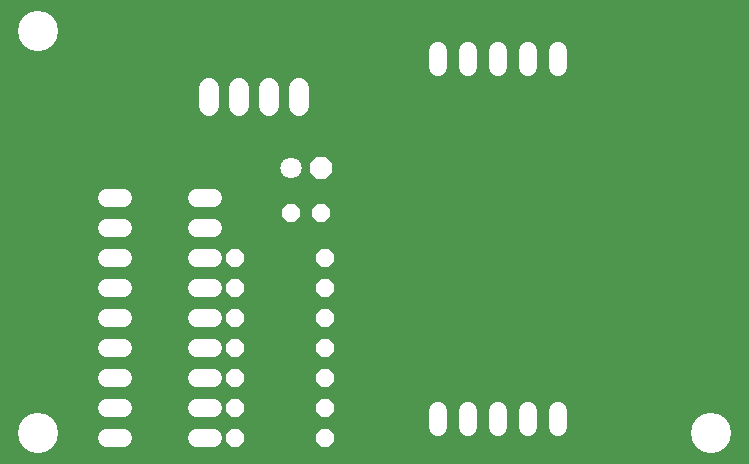
<source format=gbr>
G04 EAGLE Gerber RS-274X export*
G75*
%MOMM*%
%FSLAX34Y34*%
%LPD*%
%INSoldermask Top*%
%IPNEG*%
%AMOC8*
5,1,8,0,0,1.08239X$1,22.5*%
G01*
%ADD10C,3.403200*%
%ADD11C,1.524000*%
%ADD12C,1.511200*%
%ADD13C,1.711200*%
%ADD14P,1.649562X8X202.500000*%
%ADD15C,1.803400*%
%ADD16P,1.951982X8X22.500000*%
%ADD17P,1.649562X8X22.500000*%


D10*
X30000Y30000D03*
X30000Y370000D03*
X600000Y30000D03*
D11*
X101854Y228600D02*
X88646Y228600D01*
X88646Y203200D02*
X101854Y203200D01*
X101854Y177800D02*
X88646Y177800D01*
X88646Y152400D02*
X101854Y152400D01*
X101854Y127000D02*
X88646Y127000D01*
X88646Y101600D02*
X101854Y101600D01*
X101854Y76200D02*
X88646Y76200D01*
X88646Y50800D02*
X101854Y50800D01*
X101854Y25400D02*
X88646Y25400D01*
X164846Y25400D02*
X178054Y25400D01*
X178054Y50800D02*
X164846Y50800D01*
X164846Y76200D02*
X178054Y76200D01*
X178054Y101600D02*
X164846Y101600D01*
X164846Y127000D02*
X178054Y127000D01*
X178054Y152400D02*
X164846Y152400D01*
X164846Y177800D02*
X178054Y177800D01*
X178054Y203200D02*
X164846Y203200D01*
X164846Y228600D02*
X178054Y228600D01*
D12*
X469900Y48215D02*
X469900Y35135D01*
X444500Y35135D02*
X444500Y48215D01*
X419100Y48215D02*
X419100Y35135D01*
X393700Y35135D02*
X393700Y48215D01*
X368300Y48215D02*
X368300Y35135D01*
X368300Y339935D02*
X368300Y353015D01*
X393700Y353015D02*
X393700Y339935D01*
X419100Y339935D02*
X419100Y353015D01*
X444500Y353015D02*
X444500Y339935D01*
X469900Y339935D02*
X469900Y353015D01*
D13*
X250825Y321865D02*
X250825Y306785D01*
X225425Y306785D02*
X225425Y321865D01*
X200025Y321865D02*
X200025Y306785D01*
X174625Y306785D02*
X174625Y321865D01*
D14*
X273050Y152400D03*
X196850Y152400D03*
X273050Y177800D03*
X196850Y177800D03*
X273050Y25400D03*
X196850Y25400D03*
X273050Y50800D03*
X196850Y50800D03*
X273050Y76200D03*
X196850Y76200D03*
X273050Y127000D03*
X196850Y127000D03*
X273050Y101600D03*
X196850Y101600D03*
D15*
X244475Y254000D03*
D16*
X269875Y254000D03*
D17*
X244475Y215900D03*
X269875Y215900D03*
M02*

</source>
